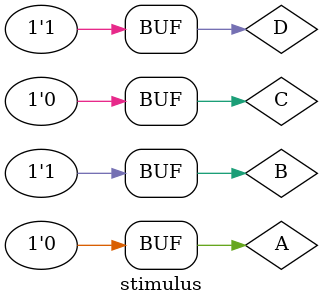
<source format=v>
`timescale 1ns/1ps
module stimulus;
	reg A;
	reg B;
	reg C;
	reg D;
	wire Z;
	
	inpoutp uut( .A(A), .B(B), .C(C), .D(D), .Z(Z));
	initial begin
	
		A=0;
		B=0;
		C=0;
		D=0;
		#20 B=1;
		#20 A=1;
		#20 C=1;
		#20 D=1;
		#20 A=0;
		#20 B=0;
		#20 C=0;
		#20 A=1;
		#20 B=1;
		#20 A=0;
		#40;
	end
	initial begin
		 $monitor("A=%d, B=%d, C=%d, D=%d, Z=%d \n",A,B,C,D,Z);
		 end
 
endmodule
</source>
